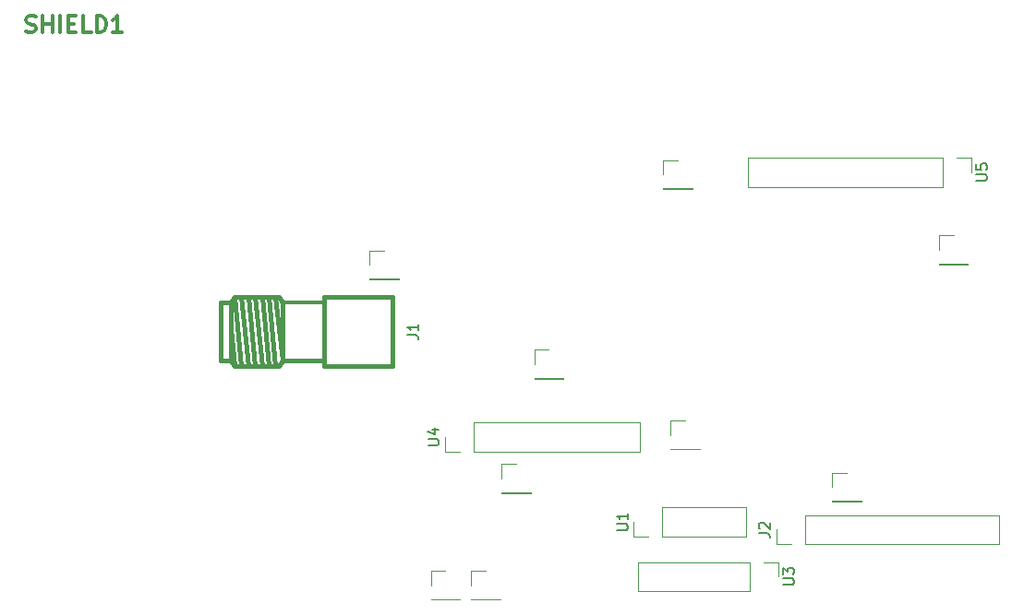
<source format=gto>
G04 #@! TF.FileFunction,Legend,Top*
%FSLAX46Y46*%
G04 Gerber Fmt 4.6, Leading zero omitted, Abs format (unit mm)*
G04 Created by KiCad (PCBNEW 4.0.7-e2-6376~58~ubuntu17.04.1) date Fri Apr 27 15:57:42 2018*
%MOMM*%
%LPD*%
G01*
G04 APERTURE LIST*
%ADD10C,0.100000*%
%ADD11C,0.381000*%
%ADD12C,0.318000*%
%ADD13C,0.120000*%
%ADD14C,0.150000*%
%ADD15C,0.304800*%
G04 APERTURE END LIST*
D10*
D11*
X122958900Y-91292780D02*
X122643940Y-87833300D01*
X123588820Y-91292780D02*
X122958900Y-84907220D01*
X124218740Y-91292780D02*
X123588820Y-84907220D01*
X124851200Y-91292780D02*
X124218740Y-84907220D01*
X125481120Y-91292780D02*
X124851200Y-84907220D01*
X126111040Y-91292780D02*
X125481120Y-84907220D01*
X126740960Y-91292780D02*
X126111040Y-84907220D01*
X126740960Y-84907220D02*
X127370880Y-90759380D01*
X122643940Y-90759380D02*
X121699060Y-90759380D01*
X121699060Y-85440620D02*
X121699060Y-90759380D01*
X122643940Y-85440620D02*
X121699060Y-85440620D01*
X122643940Y-85440620D02*
X122958900Y-84907220D01*
X122958900Y-91292780D02*
X122643940Y-90759380D01*
X122643940Y-90759380D02*
X122643940Y-85440620D01*
X127055920Y-91292780D02*
X122958900Y-91292780D01*
X127370880Y-90759380D02*
X127055920Y-91292780D01*
X122958900Y-84907220D02*
X127055920Y-84907220D01*
X127055920Y-84907220D02*
X127370880Y-85440620D01*
X127370880Y-85440620D02*
X127370880Y-90759380D01*
D12*
X131150400Y-85440620D02*
X127370880Y-85440620D01*
D11*
X131150400Y-90759380D02*
X127370880Y-90759380D01*
X137449600Y-91249600D02*
X137449600Y-84950400D01*
X131150400Y-91249600D02*
X131150400Y-84950400D01*
X131150400Y-84950400D02*
X137449600Y-84950400D01*
X137449600Y-91249600D02*
X131150400Y-91249600D01*
D13*
X162170000Y-106930000D02*
X169850000Y-106930000D01*
X169850000Y-106930000D02*
X169850000Y-104270000D01*
X169850000Y-104270000D02*
X162170000Y-104270000D01*
X162170000Y-104270000D02*
X162170000Y-106930000D01*
X160900000Y-106930000D02*
X159570000Y-106930000D01*
X159570000Y-106930000D02*
X159570000Y-105600000D01*
X170230000Y-109270000D02*
X160010000Y-109270000D01*
X160010000Y-109270000D02*
X160010000Y-111930000D01*
X160010000Y-111930000D02*
X170230000Y-111930000D01*
X170230000Y-111930000D02*
X170230000Y-109270000D01*
X171500000Y-109270000D02*
X172830000Y-109270000D01*
X172830000Y-109270000D02*
X172830000Y-110600000D01*
X144870000Y-99130000D02*
X160170000Y-99130000D01*
X160170000Y-99130000D02*
X160170000Y-96470000D01*
X160170000Y-96470000D02*
X144870000Y-96470000D01*
X144870000Y-96470000D02*
X144870000Y-99130000D01*
X143600000Y-99130000D02*
X142270000Y-99130000D01*
X142270000Y-99130000D02*
X142270000Y-97800000D01*
X187930000Y-72170000D02*
X170090000Y-72170000D01*
X170090000Y-72170000D02*
X170090000Y-74830000D01*
X170090000Y-74830000D02*
X187930000Y-74830000D01*
X187930000Y-74830000D02*
X187930000Y-72170000D01*
X189200000Y-72170000D02*
X190530000Y-72170000D01*
X190530000Y-72170000D02*
X190530000Y-73500000D01*
X175270000Y-107630000D02*
X193110000Y-107630000D01*
X193110000Y-107630000D02*
X193110000Y-104970000D01*
X193110000Y-104970000D02*
X175270000Y-104970000D01*
X175270000Y-104970000D02*
X175270000Y-107630000D01*
X174000000Y-107630000D02*
X172670000Y-107630000D01*
X172670000Y-107630000D02*
X172670000Y-106300000D01*
X162970000Y-98930000D02*
X165630000Y-98930000D01*
X162970000Y-98870000D02*
X162970000Y-98930000D01*
X165630000Y-98870000D02*
X165630000Y-98930000D01*
X162970000Y-98870000D02*
X165630000Y-98870000D01*
X162970000Y-97600000D02*
X162970000Y-96270000D01*
X162970000Y-96270000D02*
X164300000Y-96270000D01*
X162270000Y-75030000D02*
X164930000Y-75030000D01*
X162270000Y-74970000D02*
X162270000Y-75030000D01*
X164930000Y-74970000D02*
X164930000Y-75030000D01*
X162270000Y-74970000D02*
X164930000Y-74970000D01*
X162270000Y-73700000D02*
X162270000Y-72370000D01*
X162270000Y-72370000D02*
X163600000Y-72370000D01*
X135370000Y-83330000D02*
X138030000Y-83330000D01*
X135370000Y-83270000D02*
X135370000Y-83330000D01*
X138030000Y-83270000D02*
X138030000Y-83330000D01*
X135370000Y-83270000D02*
X138030000Y-83270000D01*
X135370000Y-82000000D02*
X135370000Y-80670000D01*
X135370000Y-80670000D02*
X136700000Y-80670000D01*
X177770000Y-103730000D02*
X180430000Y-103730000D01*
X177770000Y-103670000D02*
X177770000Y-103730000D01*
X180430000Y-103670000D02*
X180430000Y-103730000D01*
X177770000Y-103670000D02*
X180430000Y-103670000D01*
X177770000Y-102400000D02*
X177770000Y-101070000D01*
X177770000Y-101070000D02*
X179100000Y-101070000D01*
X187570000Y-81930000D02*
X190230000Y-81930000D01*
X187570000Y-81870000D02*
X187570000Y-81930000D01*
X190230000Y-81870000D02*
X190230000Y-81930000D01*
X187570000Y-81870000D02*
X190230000Y-81870000D01*
X187570000Y-80600000D02*
X187570000Y-79270000D01*
X187570000Y-79270000D02*
X188900000Y-79270000D01*
X147470000Y-102930000D02*
X150130000Y-102930000D01*
X147470000Y-102870000D02*
X147470000Y-102930000D01*
X150130000Y-102870000D02*
X150130000Y-102930000D01*
X147470000Y-102870000D02*
X150130000Y-102870000D01*
X147470000Y-101600000D02*
X147470000Y-100270000D01*
X147470000Y-100270000D02*
X148800000Y-100270000D01*
X140970000Y-112730000D02*
X143630000Y-112730000D01*
X140970000Y-112670000D02*
X140970000Y-112730000D01*
X143630000Y-112670000D02*
X143630000Y-112730000D01*
X140970000Y-112670000D02*
X143630000Y-112670000D01*
X140970000Y-111400000D02*
X140970000Y-110070000D01*
X140970000Y-110070000D02*
X142300000Y-110070000D01*
X144670000Y-112730000D02*
X147330000Y-112730000D01*
X144670000Y-112670000D02*
X144670000Y-112730000D01*
X147330000Y-112670000D02*
X147330000Y-112730000D01*
X144670000Y-112670000D02*
X147330000Y-112670000D01*
X144670000Y-111400000D02*
X144670000Y-110070000D01*
X144670000Y-110070000D02*
X146000000Y-110070000D01*
X150470000Y-92430000D02*
X153130000Y-92430000D01*
X150470000Y-92370000D02*
X150470000Y-92430000D01*
X153130000Y-92370000D02*
X153130000Y-92430000D01*
X150470000Y-92370000D02*
X153130000Y-92370000D01*
X150470000Y-91100000D02*
X150470000Y-89770000D01*
X150470000Y-89770000D02*
X151800000Y-89770000D01*
D14*
X138832381Y-88433333D02*
X139546667Y-88433333D01*
X139689524Y-88480953D01*
X139784762Y-88576191D01*
X139832381Y-88719048D01*
X139832381Y-88814286D01*
X139832381Y-87433333D02*
X139832381Y-88004762D01*
X139832381Y-87719048D02*
X138832381Y-87719048D01*
X138975238Y-87814286D01*
X139070476Y-87909524D01*
X139118095Y-88004762D01*
X158022381Y-106361905D02*
X158831905Y-106361905D01*
X158927143Y-106314286D01*
X158974762Y-106266667D01*
X159022381Y-106171429D01*
X159022381Y-105980952D01*
X158974762Y-105885714D01*
X158927143Y-105838095D01*
X158831905Y-105790476D01*
X158022381Y-105790476D01*
X159022381Y-104790476D02*
X159022381Y-105361905D01*
X159022381Y-105076191D02*
X158022381Y-105076191D01*
X158165238Y-105171429D01*
X158260476Y-105266667D01*
X158308095Y-105361905D01*
X173282381Y-111361905D02*
X174091905Y-111361905D01*
X174187143Y-111314286D01*
X174234762Y-111266667D01*
X174282381Y-111171429D01*
X174282381Y-110980952D01*
X174234762Y-110885714D01*
X174187143Y-110838095D01*
X174091905Y-110790476D01*
X173282381Y-110790476D01*
X173282381Y-110409524D02*
X173282381Y-109790476D01*
X173663333Y-110123810D01*
X173663333Y-109980952D01*
X173710952Y-109885714D01*
X173758571Y-109838095D01*
X173853810Y-109790476D01*
X174091905Y-109790476D01*
X174187143Y-109838095D01*
X174234762Y-109885714D01*
X174282381Y-109980952D01*
X174282381Y-110266667D01*
X174234762Y-110361905D01*
X174187143Y-110409524D01*
X140722381Y-98561905D02*
X141531905Y-98561905D01*
X141627143Y-98514286D01*
X141674762Y-98466667D01*
X141722381Y-98371429D01*
X141722381Y-98180952D01*
X141674762Y-98085714D01*
X141627143Y-98038095D01*
X141531905Y-97990476D01*
X140722381Y-97990476D01*
X141055714Y-97085714D02*
X141722381Y-97085714D01*
X140674762Y-97323810D02*
X141389048Y-97561905D01*
X141389048Y-96942857D01*
X190982381Y-74261905D02*
X191791905Y-74261905D01*
X191887143Y-74214286D01*
X191934762Y-74166667D01*
X191982381Y-74071429D01*
X191982381Y-73880952D01*
X191934762Y-73785714D01*
X191887143Y-73738095D01*
X191791905Y-73690476D01*
X190982381Y-73690476D01*
X190982381Y-72738095D02*
X190982381Y-73214286D01*
X191458571Y-73261905D01*
X191410952Y-73214286D01*
X191363333Y-73119048D01*
X191363333Y-72880952D01*
X191410952Y-72785714D01*
X191458571Y-72738095D01*
X191553810Y-72690476D01*
X191791905Y-72690476D01*
X191887143Y-72738095D01*
X191934762Y-72785714D01*
X191982381Y-72880952D01*
X191982381Y-73119048D01*
X191934762Y-73214286D01*
X191887143Y-73261905D01*
D15*
X103859429Y-60566857D02*
X104077143Y-60639429D01*
X104440000Y-60639429D01*
X104585143Y-60566857D01*
X104657714Y-60494286D01*
X104730286Y-60349143D01*
X104730286Y-60204000D01*
X104657714Y-60058857D01*
X104585143Y-59986286D01*
X104440000Y-59913714D01*
X104149714Y-59841143D01*
X104004572Y-59768571D01*
X103932000Y-59696000D01*
X103859429Y-59550857D01*
X103859429Y-59405714D01*
X103932000Y-59260571D01*
X104004572Y-59188000D01*
X104149714Y-59115429D01*
X104512572Y-59115429D01*
X104730286Y-59188000D01*
X105383429Y-60639429D02*
X105383429Y-59115429D01*
X105383429Y-59841143D02*
X106254286Y-59841143D01*
X106254286Y-60639429D02*
X106254286Y-59115429D01*
X106980000Y-60639429D02*
X106980000Y-59115429D01*
X107705714Y-59841143D02*
X108213714Y-59841143D01*
X108431428Y-60639429D02*
X107705714Y-60639429D01*
X107705714Y-59115429D01*
X108431428Y-59115429D01*
X109810285Y-60639429D02*
X109084571Y-60639429D01*
X109084571Y-59115429D01*
X110318285Y-60639429D02*
X110318285Y-59115429D01*
X110681142Y-59115429D01*
X110898857Y-59188000D01*
X111043999Y-59333143D01*
X111116571Y-59478286D01*
X111189142Y-59768571D01*
X111189142Y-59986286D01*
X111116571Y-60276571D01*
X111043999Y-60421714D01*
X110898857Y-60566857D01*
X110681142Y-60639429D01*
X110318285Y-60639429D01*
X112640571Y-60639429D02*
X111769714Y-60639429D01*
X112205142Y-60639429D02*
X112205142Y-59115429D01*
X112059999Y-59333143D01*
X111914857Y-59478286D01*
X111769714Y-59550857D01*
D14*
X171052381Y-106633333D02*
X171766667Y-106633333D01*
X171909524Y-106680953D01*
X172004762Y-106776191D01*
X172052381Y-106919048D01*
X172052381Y-107014286D01*
X171147619Y-106204762D02*
X171100000Y-106157143D01*
X171052381Y-106061905D01*
X171052381Y-105823809D01*
X171100000Y-105728571D01*
X171147619Y-105680952D01*
X171242857Y-105633333D01*
X171338095Y-105633333D01*
X171480952Y-105680952D01*
X172052381Y-106252381D01*
X172052381Y-105633333D01*
M02*

</source>
